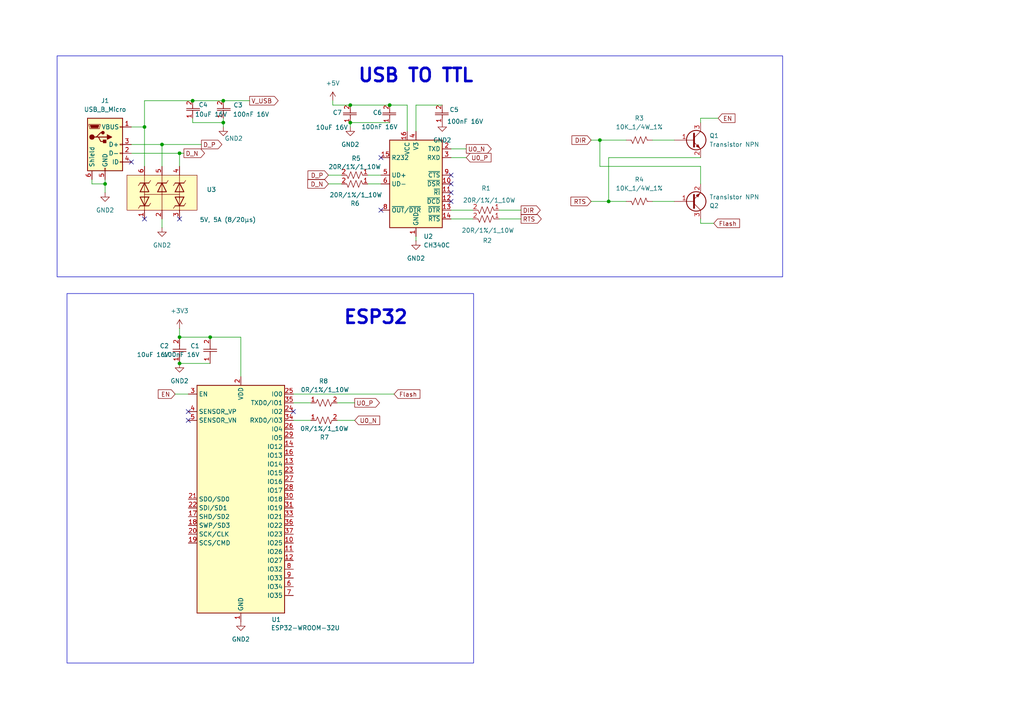
<source format=kicad_sch>
(kicad_sch (version 20231120) (generator "eeschema") (generator_version "8.0")
  (paper "A4")
  (lib_symbols
    (symbol "Ceramic_Cap_SMD_100nF_16V_1"
      (property "Reference" "C" (at -1.524 0.762 0))
      (property "Value" "100nF 16V" (at 0.254 5.334 0))
      (symbol "Ceramic_Cap_SMD_100nF_16V_1_1_1"
        (polyline (pts (xy -1.27 -2.032) (xy -0.3302 -2.032)) (stroke (width 0.2032)))
        (polyline (pts (xy -0.3302 -3.937) (xy -0.3302 -0.127)) (stroke (width 0.2032)))
        (polyline (pts (xy 0.3048 -3.937) (xy 0.3048 -0.127)) (stroke (width 0.2032)))
        (polyline (pts (xy 0.3048 -2.032) (xy 1.27 -2.032)) (stroke (width 0.2032)))
        (pin unspecified line (at -3.81 -2.032 0) (length 2.54) (name "") (number "1"))
        (pin unspecified line (at 3.81 -2.032 180) (length 2.54) (name "") (number "2"))
      )
    )
    (symbol "Ceramic_Cap_SMD_10uF_16V_1"
      (property "Reference" "C" (at -1.524 0.762 0))
      (property "Value" "10uF 16V" (at 0.254 5.334 0))
      (symbol "Ceramic_Cap_SMD_10uF_16V_1_1_1"
        (polyline (pts (xy -1.27 -2.032) (xy -0.3302 -2.032)) (stroke (width 0.2032)))
        (polyline (pts (xy -0.3302 -3.937) (xy -0.3302 -0.127)) (stroke (width 0.2032)))
        (polyline (pts (xy 0.3048 -3.937) (xy 0.3048 -0.127)) (stroke (width 0.2032)))
        (polyline (pts (xy 0.3048 -2.032) (xy 1.27 -2.032)) (stroke (width 0.2032)))
        (pin unspecified line (at -3.81 -2.032 0) (length 2.54) (name "") (number "1"))
        (pin unspecified line (at 3.81 -2.032 180) (length 2.54) (name "") (number "2"))
      )
    )
    (symbol "charge_battery_sym_lib:CH340C"
      (property "Reference" "U" (at -5.08 13.97 0))
      (property "Value" "CH340C" (at 1.27 13.97 0))
      (symbol "CH340C_0_1"
        (rectangle (start -7.62 12.7) (end 7.62 -12.7) (stroke (width 0.254)) (fill (type background)))
      )
      (symbol "CH340C_1_1"
        (pin power_in line (at 0 -15.24 90) (length 2.54) (name "GND") (number "1"))
        (pin input line (at 10.16 0 180) (length 2.54) (name "~{DSR}") (number "10"))
        (pin input line (at 10.16 -2.54 180) (length 2.54) (name "~{RI}") (number "11"))
        (pin input line (at 10.16 -5.08 180) (length 2.54) (name "~{DCD}") (number "12"))
        (pin output line (at 10.16 -7.62 180) (length 2.54) (name "~{DTR}") (number "13"))
        (pin output line (at 10.16 -10.16 180) (length 2.54) (name "~{RTS}") (number "14"))
        (pin input line (at -10.16 7.62 0) (length 2.54) (name "R232") (number "15"))
        (pin power_in line (at -2.54 15.24 270) (length 2.54) (name "VCC") (number "16"))
        (pin output line (at 10.16 10.16 180) (length 2.54) (name "TXD") (number "2"))
        (pin input line (at 10.16 7.62 180) (length 2.54) (name "RXD") (number "3"))
        (pin power_out line (at 0 15.24 270) (length 2.54) (name "V3") (number "4"))
        (pin bidirectional line (at -10.16 2.54 0) (length 2.54) (name "UD+") (number "5"))
        (pin bidirectional line (at -10.16 0 0) (length 2.54) (name "UD-") (number "6"))
        (pin no_connect line (at -7.62 -5.08 0) (length 2.54) hide (name "NC") (number "7"))
        (pin output line (at -10.16 -7.62 0) (length 2.54) (name "~{OUT}/~{DTR}") (number "8"))
        (pin input line (at 10.16 2.54 180) (length 2.54) (name "~{CTS}") (number "9"))
      )
    )
    (symbol "charge_battery_sym_lib:Ceramic_Cap_SMD_100nF_16V"
      (property "Reference" "C4" (at 1.2701 -5.08 90))
      (property "Value" "100nF 16V" (at -1.2699 -5.08 90))
      (symbol "Ceramic_Cap_SMD_100nF_16V_1_1"
        (polyline (pts (xy -1.27 0) (xy -0.3302 0)) (stroke (width 0.2032)))
        (polyline (pts (xy -0.254 -2.032) (xy -0.254 1.778)) (stroke (width 0.2032)))
        (polyline (pts (xy 0.254 -2.032) (xy 0.254 1.778)) (stroke (width 0.2032)))
        (polyline (pts (xy 0.254 0) (xy 1.2192 0)) (stroke (width 0.2032)))
        (pin unspecified line (at -2.54 0 0) (length 1.27) (name "") (number "1"))
        (pin unspecified line (at 2.54 0 180) (length 1.27) (name "") (number "2"))
      )
    )
    (symbol "charge_battery_sym_lib:Ceramic_Cap_SMD_10uF_16V"
      (property "Reference" "C3" (at 1.2701 -5.08 90))
      (property "Value" "10uF 16V" (at -1.2699 -5.08 90))
      (symbol "Ceramic_Cap_SMD_10uF_16V_1_1"
        (polyline (pts (xy -1.27 0) (xy -0.3302 0)) (stroke (width 0.2032)))
        (polyline (pts (xy -0.254 -2.032) (xy -0.254 1.778)) (stroke (width 0.2032)))
        (polyline (pts (xy 0.254 -2.032) (xy 0.254 1.778)) (stroke (width 0.2032)))
        (polyline (pts (xy 0.254 0) (xy 1.2192 0)) (stroke (width 0.2032)))
        (pin unspecified line (at -2.54 0 0) (length 1.27) (name "") (number "1"))
        (pin unspecified line (at 2.54 0 180) (length 1.27) (name "") (number "2"))
      )
    )
    (symbol "charge_battery_sym_lib:ESP32-WROOM-32U"
      (property "Reference" "U" (at -12.7 34.29 0))
      (property "Value" "ESP32-WROOM-32U" (at 1.27 34.29 0))
      (symbol "ESP32-WROOM-32U_0_1"
        (rectangle (start -12.7 33.02) (end 12.7 -33.02) (stroke (width 0.254)) (fill (type background)))
      )
      (symbol "ESP32-WROOM-32U_1_1"
        (pin power_in line (at 0 -35.56 90) (length 2.54) (name "GND") (number "1"))
        (pin bidirectional line (at 15.24 -12.7 180) (length 2.54) (name "IO25") (number "10"))
        (pin bidirectional line (at 15.24 -15.24 180) (length 2.54) (name "IO26") (number "11"))
        (pin bidirectional line (at 15.24 -17.78 180) (length 2.54) (name "IO27") (number "12"))
        (pin bidirectional line (at 15.24 10.16 180) (length 2.54) (name "IO14") (number "13"))
        (pin bidirectional line (at 15.24 15.24 180) (length 2.54) (name "IO12") (number "14"))
        (pin passive line (at 0 -35.56 90) (length 2.54) hide (name "GND") (number "15"))
        (pin bidirectional line (at 15.24 12.7 180) (length 2.54) (name "IO13") (number "16"))
        (pin bidirectional line (at -15.24 -5.08 0) (length 2.54) (name "SHD/SD2") (number "17"))
        (pin bidirectional line (at -15.24 -7.62 0) (length 2.54) (name "SWP/SD3") (number "18"))
        (pin bidirectional line (at -15.24 -12.7 0) (length 2.54) (name "SCS/CMD") (number "19"))
        (pin power_in line (at 0 35.56 270) (length 2.54) (name "VDD") (number "2"))
        (pin bidirectional line (at -15.24 -10.16 0) (length 2.54) (name "SCK/CLK") (number "20"))
        (pin bidirectional line (at -15.24 0 0) (length 2.54) (name "SDO/SD0") (number "21"))
        (pin bidirectional line (at -15.24 -2.54 0) (length 2.54) (name "SDI/SD1") (number "22"))
        (pin bidirectional line (at 15.24 7.62 180) (length 2.54) (name "IO15") (number "23"))
        (pin bidirectional line (at 15.24 25.4 180) (length 2.54) (name "IO2") (number "24"))
        (pin bidirectional line (at 15.24 30.48 180) (length 2.54) (name "IO0") (number "25"))
        (pin bidirectional line (at 15.24 20.32 180) (length 2.54) (name "IO4") (number "26"))
        (pin bidirectional line (at 15.24 5.08 180) (length 2.54) (name "IO16") (number "27"))
        (pin bidirectional line (at 15.24 2.54 180) (length 2.54) (name "IO17") (number "28"))
        (pin bidirectional line (at 15.24 17.78 180) (length 2.54) (name "IO5") (number "29"))
        (pin input line (at -15.24 30.48 0) (length 2.54) (name "EN") (number "3"))
        (pin bidirectional line (at 15.24 0 180) (length 2.54) (name "IO18") (number "30"))
        (pin bidirectional line (at 15.24 -2.54 180) (length 2.54) (name "IO19") (number "31"))
        (pin no_connect line (at -12.7 -27.94 0) (length 2.54) hide (name "NC") (number "32"))
        (pin bidirectional line (at 15.24 -5.08 180) (length 2.54) (name "IO21") (number "33"))
        (pin bidirectional line (at 15.24 22.86 180) (length 2.54) (name "RXD0/IO3") (number "34"))
        (pin bidirectional line (at 15.24 27.94 180) (length 2.54) (name "TXD0/IO1") (number "35"))
        (pin bidirectional line (at 15.24 -7.62 180) (length 2.54) (name "IO22") (number "36"))
        (pin bidirectional line (at 15.24 -10.16 180) (length 2.54) (name "IO23") (number "37"))
        (pin passive line (at 0 -35.56 90) (length 2.54) hide (name "GND") (number "38"))
        (pin passive line (at 0 -35.56 90) (length 2.54) hide (name "GND") (number "39"))
        (pin input line (at -15.24 25.4 0) (length 2.54) (name "SENSOR_VP") (number "4"))
        (pin input line (at -15.24 22.86 0) (length 2.54) (name "SENSOR_VN") (number "5"))
        (pin input line (at 15.24 -25.4 180) (length 2.54) (name "IO34") (number "6"))
        (pin input line (at 15.24 -27.94 180) (length 2.54) (name "IO35") (number "7"))
        (pin bidirectional line (at 15.24 -20.32 180) (length 2.54) (name "IO32") (number "8"))
        (pin bidirectional line (at 15.24 -22.86 180) (length 2.54) (name "IO33") (number "9"))
      )
    )
    (symbol "charge_battery_sym_lib:Res_20R_0603_1%"
      (property "Reference" "R" (at -0.508 2.286 0))
      (property "Value" "20R/1%/1_10W" (at 0 -3.81 0))
      (symbol "Res_20R_0603_1%_0_1"
        (polyline (pts (xy -2.286 -1.27) (xy -2.54 -1.27)))
        (polyline (pts (xy 2.286 -1.27) (xy 2.54 -1.27)))
        (polyline (pts (xy -2.286 -1.27) (xy -1.905 -0.254) (xy -1.524 -1.27) (xy -1.143 -2.286) (xy -0.762 -1.27)))
        (polyline (pts (xy -0.762 -1.27) (xy -0.381 -0.254) (xy 0 -1.27) (xy 0.381 -2.286) (xy 0.762 -1.27)))
        (polyline (pts (xy 0.762 -1.27) (xy 1.143 -0.254) (xy 1.524 -1.27) (xy 1.905 -2.286) (xy 2.286 -1.27)))
      )
      (symbol "Res_20R_0603_1%_1_1"
        (pin passive line (at -3.81 -1.27 0) (length 1.27) (name "~") (number "1"))
        (pin passive line (at 3.81 -1.27 180) (length 1.27) (name "~") (number "2"))
      )
    )
    (symbol "charge_battery_sym_lib:Res_hole_10K_1/4W_1%" (pin_numbers hide) (pin_names (offset 0))
      (property "Reference" "R" (at 1.016 1.016 0))
      (property "Value" "10K_1/4W_1%" (at 1.27 -3.81 0))
      (symbol "Res_hole_10K_1/4W_1%_0_1"
        (polyline (pts (xy -1.016 -1.27) (xy -1.27 -1.27)))
        (polyline (pts (xy 3.556 -1.27) (xy 3.81 -1.27)))
        (polyline (pts (xy -1.016 -1.27) (xy -0.635 -0.254) (xy -0.254 -1.27) (xy 0.127 -2.286) (xy 0.508 -1.27)))
        (polyline (pts (xy 0.508 -1.27) (xy 0.889 -0.254) (xy 1.27 -1.27) (xy 1.651 -2.286) (xy 2.032 -1.27)))
        (polyline (pts (xy 2.032 -1.27) (xy 2.413 -0.254) (xy 2.794 -1.27) (xy 3.175 -2.286) (xy 3.556 -1.27)))
      )
      (symbol "Res_hole_10K_1/4W_1%_1_1"
        (pin passive line (at -2.54 -1.27 0) (length 1.27) (name "~") (number "1"))
        (pin passive line (at 5.08 -1.27 180) (length 1.27) (name "~") (number "2"))
      )
    )
    (symbol "charge_battery_sym_lib:SMF05C"
      (property "Reference" "U6" (at 20.574 5.9691 0))
      (property "Value" "  5V, 5A (8/20µs)" (at 20.32 -6.4769 0))
      (symbol "SMF05C_0_0"
        (polyline (pts (xy 2.54 1.27) (xy 2.54 3.81)))
        (polyline (pts (xy 2.54 7.874) (xy 2.54 5.334)))
        (polyline (pts (xy 7.62 7.874) (xy 7.62 5.334)))
        (polyline (pts (xy 12.7 1.27) (xy 12.7 3.81)))
      )
      (symbol "SMF05C_0_1"
        (polyline (pts (xy 1.27 1.27) (xy 0.762 0.508)))
        (polyline (pts (xy 1.27 7.874) (xy 0.762 7.112)))
        (polyline (pts (xy 2.54 1.524) (xy 2.54 0)))
        (polyline (pts (xy 2.54 4.572) (xy 12.7 4.572)))
        (polyline (pts (xy 2.54 7.874) (xy 2.54 10.16)))
        (polyline (pts (xy 3.81 1.27) (xy 4.318 2.032)))
        (polyline (pts (xy 3.81 7.874) (xy 4.318 8.636)))
        (polyline (pts (xy 6.35 7.874) (xy 5.842 7.112)))
        (polyline (pts (xy 7.62 4.572) (xy 7.62 0)))
        (polyline (pts (xy 7.62 5.588) (xy 7.62 4.572)))
        (polyline (pts (xy 7.62 7.874) (xy 7.62 10.16)))
        (polyline (pts (xy 8.89 7.874) (xy 9.398 8.636)))
        (polyline (pts (xy 11.43 1.27) (xy 10.922 0.508)))
        (polyline (pts (xy 11.43 7.874) (xy 10.922 7.112)))
        (polyline (pts (xy 12.7 1.524) (xy 12.7 -0.254)))
        (polyline (pts (xy 12.7 10.16) (xy 12.7 3.302)))
        (polyline (pts (xy 13.97 1.27) (xy 14.478 2.032)))
        (polyline (pts (xy 13.97 7.874) (xy 14.478 8.636)))
        (polyline (pts (xy 2.54 5.334) (xy 2.54 3.302) (xy 2.54 3.81)))
        (polyline (pts (xy 1.27 5.334) (xy 2.54 7.874) (xy 3.81 5.334) (xy 1.27 5.334) (xy 1.27 5.334) (xy 1.27 5.334)) (stroke (width 0.254)))
        (polyline (pts (xy 3.81 3.81) (xy 2.54 1.27) (xy 1.27 3.81) (xy 3.81 3.81) (xy 3.81 3.81) (xy 3.81 3.81)) (stroke (width 0.254)))
        (polyline (pts (xy 6.35 5.334) (xy 7.62 7.874) (xy 8.89 5.334) (xy 6.35 5.334) (xy 6.35 5.334) (xy 6.35 5.334)) (stroke (width 0.254)))
        (polyline (pts (xy 11.43 5.334) (xy 12.7 7.874) (xy 13.97 5.334) (xy 11.43 5.334) (xy 11.43 5.334) (xy 11.43 5.334)) (stroke (width 0.254)))
        (polyline (pts (xy 13.97 3.81) (xy 12.7 1.27) (xy 11.43 3.81) (xy 13.97 3.81) (xy 13.97 3.81) (xy 13.97 3.81)) (stroke (width 0.254)))
      )
      (symbol "SMF05C_1_0"
        (polyline (pts (xy 1.27 7.874) (xy 3.81 7.874)) (stroke (width 0.254)))
        (polyline (pts (xy 3.81 1.27) (xy 1.27 1.27)) (stroke (width 0.254)))
        (polyline (pts (xy 6.35 7.874) (xy 8.89 7.874)) (stroke (width 0.254)))
        (polyline (pts (xy 11.43 7.874) (xy 13.97 7.874)) (stroke (width 0.254)))
        (polyline (pts (xy 13.97 1.27) (xy 11.43 1.27)) (stroke (width 0.254)))
      )
      (symbol "SMF05C_1_1"
        (rectangle (start -2.54 10.16) (end 17.78 0) (fill (type background)))
        (pin passive line (at 2.54 -2.54 90) (length 2.54) (name "") (number "1"))
        (pin passive line (at 7.62 -2.54 90) (length 2.54) (name "") (number "2"))
        (pin passive line (at 12.7 -2.54 90) (length 2.54) (name "") (number "3"))
        (pin passive line (at 12.7 12.7 270) (length 2.54) (name "") (number "4"))
        (pin passive line (at 7.62 12.7 270) (length 2.54) (name "") (number "5"))
        (pin passive line (at 2.54 12.7 270) (length 2.54) (name "") (number "6"))
      )
    )
    (symbol "charge_battery_sym_lib:Transistor_NPN_MMBT2222A" (pin_names (offset 0) hide)
      (property "Reference" "Q" (at 5.08 1.905 0))
      (property "Value" "Transistor NPN" (at 5.08 0 0))
      (symbol "Transistor_NPN_MMBT2222A_0_1"
        (polyline (pts (xy 0.635 0.635) (xy 2.54 2.54)))
        (polyline (pts (xy 0.635 -0.635) (xy 2.54 -2.54) (xy 2.54 -2.54)))
        (polyline (pts (xy 0.635 1.905) (xy 0.635 -1.905) (xy 0.635 -1.905)) (stroke (width 0.508)))
        (polyline (pts (xy 1.27 -1.778) (xy 1.778 -1.27) (xy 2.286 -2.286) (xy 1.27 -1.778) (xy 1.27 -1.778)) (fill (type outline)))
        (circle (center 1.27 0) (radius 2.8194) (stroke (width 0.254)))
      )
      (symbol "Transistor_NPN_MMBT2222A_1_1"
        (pin input line (at -5.08 0 0) (length 5.715) (name "B") (number "1"))
        (pin passive line (at 2.54 -5.08 90) (length 2.54) (name "E") (number "2"))
        (pin passive line (at 2.54 5.08 270) (length 2.54) (name "C") (number "3"))
      )
    )
    (symbol "charge_battery_sym_lib:USB_B_Micro" (pin_names (offset 1.016))
      (property "Reference" "J" (at -5.08 11.43 0))
      (property "Value" "USB_B_Micro" (at -5.08 8.89 0))
      (symbol "USB_B_Micro_0_1"
        (rectangle (start -5.08 7.62) (end 5.08 -7.62) (stroke (width 0.254)) (fill (type background)))
        (circle (center -3.81 2.159) (radius 0.635) (stroke (width 0.254)) (fill (type outline)))
        (circle (center -0.635 3.429) (radius 0.381) (stroke (width 0.254)) (fill (type outline)))
        (rectangle (start -0.127 -7.62) (end 0.127 -6.858))
        (polyline (pts (xy -1.905 2.159) (xy 0.635 2.159)) (stroke (width 0.254)))
        (polyline (pts (xy -3.175 2.159) (xy -2.54 2.159) (xy -1.27 3.429) (xy -0.635 3.429)) (stroke (width 0.254)))
        (polyline (pts (xy -2.54 2.159) (xy -1.905 2.159) (xy -1.27 0.889) (xy 0 0.889)) (stroke (width 0.254)))
        (polyline (pts (xy 0.635 2.794) (xy 0.635 1.524) (xy 1.905 2.159) (xy 0.635 2.794)) (stroke (width 0.254)) (fill (type outline)))
        (polyline (pts (xy -4.318 5.588) (xy -1.778 5.588) (xy -2.032 4.826) (xy -4.064 4.826) (xy -4.318 5.588)) (fill (type outline)))
        (polyline (pts (xy -4.699 5.842) (xy -4.699 5.588) (xy -4.445 4.826) (xy -4.445 4.572) (xy -1.651 4.572) (xy -1.651 4.826) (xy -1.397 5.588) (xy -1.397 5.842) (xy -4.699 5.842)))
        (rectangle (start 0.254 1.27) (end -0.508 0.508) (stroke (width 0.254)) (fill (type outline)))
        (rectangle (start 5.08 -5.207) (end 4.318 -4.953))
        (rectangle (start 5.08 -2.667) (end 4.318 -2.413))
        (rectangle (start 5.08 -0.127) (end 4.318 0.127))
        (rectangle (start 5.08 4.953) (end 4.318 5.207))
      )
      (symbol "USB_B_Micro_1_1"
        (pin power_out line (at 7.62 5.08 180) (length 2.54) (name "VBUS") (number "1"))
        (pin bidirectional line (at 7.62 -2.54 180) (length 2.54) (name "D-") (number "2"))
        (pin bidirectional line (at 7.62 0 180) (length 2.54) (name "D+") (number "3"))
        (pin passive line (at 7.62 -5.08 180) (length 2.54) (name "ID") (number "4"))
        (pin power_out line (at 0 -10.16 90) (length 2.54) (name "GND") (number "5"))
        (pin output line (at -3.81 -10.16 90) (length 2.54) (name "Shield") (number "6"))
      )
    )
    (symbol "power:+3V3" (power) (pin_numbers hide) (pin_names (offset 0) hide)
      (property "Value" "+3V3" (at 0 3.556 0))
      (symbol "+3V3_0_1"
        (polyline (pts (xy -0.762 1.27) (xy 0 2.54)))
        (polyline (pts (xy 0 0) (xy 0 2.54)))
        (polyline (pts (xy 0 2.54) (xy 0.762 1.27)))
      )
      (symbol "+3V3_1_1"
        (pin power_in line (at 0 0 90) (length 0) (name "~") (number "1"))
      )
    )
    (symbol "power:+5V" (power) (pin_numbers hide) (pin_names (offset 0) hide)
      (property "Value" "+5V" (at 0 3.556 0))
      (symbol "+5V_0_1"
        (polyline (pts (xy -0.762 1.27) (xy 0 2.54)))
        (polyline (pts (xy 0 0) (xy 0 2.54)))
        (polyline (pts (xy 0 2.54) (xy 0.762 1.27)))
      )
      (symbol "+5V_1_1"
        (pin power_in line (at 0 0 90) (length 0) (name "~") (number "1"))
      )
    )
    (symbol "power:GND2" (power) (pin_numbers hide) (pin_names (offset 0) hide)
      (property "Value" "GND2" (at 0 -3.81 0))
      (symbol "GND2_0_1"
        (polyline (pts (xy 0 0) (xy 0 -1.27) (xy 1.27 -1.27) (xy 0 -2.54) (xy -1.27 -1.27) (xy 0 -1.27)))
      )
      (symbol "GND2_1_1"
        (pin power_in line (at 0 0 270) (length 0) (name "~") (number "1"))
      )
    )
  )
  (junction (at 101.6 30.48))
  (junction (at 173.99 40.64))
  (junction (at 30.48 53.34))
  (junction (at 55.88 29.21))
  (junction (at 46.99 41.91))
  (junction (at 52.07 44.45))
  (junction (at 52.07 97.79))
  (junction (at 64.77 35.56))
  (junction (at 176.53 58.42))
  (junction (at 52.07 105.41))
  (junction (at 113.03 30.48))
  (junction (at 101.6 35.56))
  (junction (at 41.91 36.83))
  (junction (at 64.77 29.21))
  (junction (at 60.96 97.79))
  (no_connect (at 110.49 45.72))
  (no_connect (at 54.61 121.92))
  (no_connect (at 110.49 60.96))
  (no_connect (at 130.81 58.42))
  (no_connect (at 85.09 119.38))
  (no_connect (at 54.61 119.38))
  (no_connect (at 130.81 53.34))
  (no_connect (at 52.07 63.5))
  (no_connect (at 38.1 46.99))
  (no_connect (at 130.81 55.88))
  (no_connect (at 130.81 50.8))
  (no_connect (at 41.91 63.5))
  (wire (pts (xy 120.65 30.48) (xy 128.27 30.48)))
  (wire (pts (xy 41.91 29.21) (xy 55.88 29.21)))
  (wire (pts (xy 30.48 53.34) (xy 30.48 52.07)))
  (wire (pts (xy 207.01 64.77) (xy 203.2 64.77)))
  (wire (pts (xy 46.99 66.04) (xy 46.99 63.5)))
  (wire (pts (xy 203.2 34.29) (xy 203.2 35.56)))
  (wire (pts (xy 189.23 58.42) (xy 195.58 58.42)))
  (wire (pts (xy 176.53 58.42) (xy 181.61 58.42)))
  (wire (pts (xy 52.07 44.45) (xy 52.07 48.26)))
  (wire (pts (xy 85.09 121.92) (xy 90.17 121.92)))
  (wire (pts (xy 60.96 105.41) (xy 52.07 105.41)))
  (wire (pts (xy 64.77 35.56) (xy 64.77 34.29)))
  (wire (pts (xy 55.88 29.21) (xy 64.77 29.21)))
  (wire (pts (xy 135.2296 45.72) (xy 130.81 45.72)))
  (wire (pts (xy 95.25 53.34) (xy 99.06 53.34)))
  (wire (pts (xy 114.3 114.3) (xy 85.09 114.3)))
  (wire (pts (xy 120.65 68.58) (xy 120.65 69.85)))
  (wire (pts (xy 53.34 44.45) (xy 52.07 44.45)))
  (wire (pts (xy 55.88 35.56) (xy 64.77 35.56)))
  (wire (pts (xy 110.49 50.8) (xy 106.68 50.8)))
  (wire (pts (xy 55.88 34.29) (xy 55.88 35.56)))
  (wire (pts (xy 203.2 45.72) (xy 176.53 45.72)))
  (wire (pts (xy 60.96 97.79) (xy 69.85 97.79)))
  (wire (pts (xy 41.91 36.83) (xy 41.91 48.26)))
  (wire (pts (xy 52.07 97.79) (xy 52.07 95.25)))
  (wire (pts (xy 46.99 41.91) (xy 38.1 41.91)))
  (wire (pts (xy 30.48 55.88) (xy 30.48 53.34)))
  (wire (pts (xy 101.6 36.83) (xy 101.6 35.56)))
  (wire (pts (xy 137.16 63.5) (xy 130.81 63.5)))
  (wire (pts (xy 69.85 97.79) (xy 69.85 109.22)))
  (wire (pts (xy 60.96 97.79) (xy 52.07 97.79)))
  (wire (pts (xy 26.67 52.07) (xy 26.67 53.34)))
  (wire (pts (xy 64.77 29.21) (xy 72.39 29.21)))
  (wire (pts (xy 97.79 121.92) (xy 102.87 121.92)))
  (wire (pts (xy 173.99 40.64) (xy 173.99 48.26)))
  (wire (pts (xy 50.8 114.3) (xy 54.61 114.3)))
  (wire (pts (xy 151.13 63.5) (xy 144.78 63.5)))
  (wire (pts (xy 135.2296 43.18) (xy 130.81 43.18)))
  (wire (pts (xy 203.2 48.26) (xy 173.99 48.26)))
  (wire (pts (xy 171.45 40.64) (xy 173.99 40.64)))
  (wire (pts (xy 95.25 50.8) (xy 99.06 50.8)))
  (wire (pts (xy 203.2 48.26) (xy 203.2 53.34)))
  (wire (pts (xy 110.49 53.34) (xy 106.68 53.34)))
  (wire (pts (xy 113.03 35.56) (xy 101.6 35.56)))
  (wire (pts (xy 151.13 60.96) (xy 144.78 60.96)))
  (wire (pts (xy 52.07 44.45) (xy 38.1 44.45)))
  (wire (pts (xy 118.11 30.48) (xy 113.03 30.48)))
  (wire (pts (xy 64.77 36.83) (xy 64.77 35.56)))
  (wire (pts (xy 85.09 116.84) (xy 90.17 116.84)))
  (wire (pts (xy 96.52 29.21) (xy 96.52 30.48)))
  (wire (pts (xy 120.65 38.1) (xy 120.65 30.48)))
  (wire (pts (xy 41.91 36.83) (xy 38.1 36.83)))
  (wire (pts (xy 171.45 58.42) (xy 176.53 58.42)))
  (wire (pts (xy 26.67 53.34) (xy 30.48 53.34)))
  (wire (pts (xy 97.79 116.84) (xy 102.87 116.84)))
  (wire (pts (xy 113.03 30.48) (xy 101.6 30.48)))
  (wire (pts (xy 41.91 29.21) (xy 41.91 36.83)))
  (wire (pts (xy 46.99 41.91) (xy 46.99 48.26)))
  (wire (pts (xy 203.2 64.77) (xy 203.2 63.5)))
  (wire (pts (xy 96.52 30.48) (xy 101.6 30.48)))
  (wire (pts (xy 118.11 38.1) (xy 118.11 30.48)))
  (wire (pts (xy 189.23 40.64) (xy 195.58 40.64)))
  (wire (pts (xy 176.53 45.72) (xy 176.53 58.42)))
  (wire (pts (xy 58.42 41.91) (xy 46.99 41.91)))
  (wire (pts (xy 208.28 34.29) (xy 203.2 34.29)))
  (wire (pts (xy 173.99 40.64) (xy 181.61 40.64)))
  (wire (pts (xy 137.16 60.96) (xy 130.81 60.96)))
  (rectangle (start 16.5608 16.2052) (end 226.9998 80.2894))
  (rectangle (start 19.431 85.1408) (end 137.3632 192.3034))
  (text "ESP32" (at 108.9914 92.1512 0) (effects (font (size 3.81 3.81) (thickness 0.762) (bold yes))))
  (text "USB TO TTL" (at 120.6246 22.0218 0) (effects (font (size 3.81 3.81) (thickness 0.762) (bold yes))))
  (global_label "U0_P" (shape output) (at 102.87 116.84 0) (property "Intersheetrefs" "${INTERSHEET_REFS}" (effects (hide yes))))
  (global_label "RTS" (shape input) (at 171.45 58.42 180) (property "Intersheetrefs" "${INTERSHEET_REFS}" (effects (hide yes))))
  (global_label "V_USB" (shape output) (at 72.39 29.21 0) (property "Intersheetrefs" "${INTERSHEET_REFS}" (effects (hide yes))))
  (global_label "U0_N" (shape output) (at 135.2296 43.18 0) (property "Intersheetrefs" "${INTERSHEET_REFS}" (effects (hide yes))))
  (global_label "U0_P" (shape input) (at 135.2296 45.72 0) (property "Intersheetrefs" "${INTERSHEET_REFS}" (effects (hide yes))))
  (global_label "DIR" (shape output) (at 151.13 60.96 0) (property "Intersheetrefs" "${INTERSHEET_REFS}" (effects (hide yes))))
  (global_label "DIR" (shape input) (at 171.45 40.64 180) (property "Intersheetrefs" "${INTERSHEET_REFS}" (effects (hide yes))))
  (global_label "EN" (shape input) (at 208.28 34.29 0) (property "Intersheetrefs" "${INTERSHEET_REFS}" (effects (hide yes))))
  (global_label "Flash" (shape input) (at 207.01 64.77 0) (property "Intersheetrefs" "${INTERSHEET_REFS}" (effects (hide yes))))
  (global_label "RTS" (shape output) (at 151.13 63.5 0) (property "Intersheetrefs" "${INTERSHEET_REFS}" (effects (hide yes))))
  (global_label "D_N" (shape input) (at 95.25 53.34 180) (property "Intersheetrefs" "${INTERSHEET_REFS}" (effects (hide yes))))
  (global_label "D_P" (shape output) (at 58.42 41.91 0) (property "Intersheetrefs" "${INTERSHEET_REFS}" (effects (hide yes))))
  (global_label "D_N" (shape output) (at 53.34 44.45 0) (property "Intersheetrefs" "${INTERSHEET_REFS}" (effects (hide yes))))
  (global_label "Flash" (shape input) (at 114.3 114.3 0) (property "Intersheetrefs" "${INTERSHEET_REFS}" (effects (hide yes))))
  (global_label "D_P" (shape input) (at 95.25 50.8 180) (property "Intersheetrefs" "${INTERSHEET_REFS}" (effects (hide yes))))
  (global_label "U0_N" (shape input) (at 102.87 121.92 0) (property "Intersheetrefs" "${INTERSHEET_REFS}" (effects (hide yes))))
  (global_label "EN" (shape input) (at 50.8 114.3 180) (property "Intersheetrefs" "${INTERSHEET_REFS}" (effects (hide yes))))
  (symbol (lib_id "power:+3V3") (at 52.07 95.25 0) (mirror y) (unit 1)
    (property "Reference" "#PWR02" (effects (hide yes)))
    (property "Value" "+3V3" (at 52.07 90.17 0))
    (property "Description" "Power symbol creates a global label with name \"+3V3\"" (effects (hide yes)))
  )
  (symbol (lib_id "power:GND2") (at 64.77 36.83 0) (unit 1)
    (property "Reference" "#PWR04" (effects (hide yes)))
    (property "Value" "GND2" (at 67.7926 40.1574 0))
    (property "Description" "Power symbol creates a global label with name \"GND2\" , ground" (effects (hide yes)))
  )
  (symbol (lib_id "charge_battery_sym_lib:Res_hole_10K_1/4W_1%") (at 186.69 57.15 0) (mirror y) (unit 1)
    (property "Reference" "R4" (at 185.42 52.07 0))
    (property "Value" "10K_1/4W_1%" (at 185.42 54.61 0))
    (property "Footprint" "charge_battery_footprint_lib:Res_10K_1_4W_1%" (effects (hide yes)))
    (property "Description" "Resistor" (effects (hide yes)))
    (property "Supply name " "Thegioiic" (effects (hide yes)))
    (property "Supply part number" "Điện Trở 10 KOhm 1/4W 1% 5 Vòng Màu" (effects (hide yes)))
    (property "Supply URL" "https://www.thegioiic.com/dien-tro-10-kohm-1-4w-1-5-vong-mau" (effects (hide yes)))
  )
  (symbol (lib_id "charge_battery_sym_lib:Ceramic_Cap_SMD_10uF_16V") (at 55.88 31.75 90) (unit 1)
    (property "Reference" "C4" (at 57.5818 30.4038 90) (effects (justify right)))
    (property "Value" "10uF 16V" (at 56.5404 33.1724 90) (effects (justify right)))
    (property "Footprint" "charge_battery_footprint_lib:Ceramic_Cap_10uF_16V" (effects (hide yes)))
    (property "Datasheet" "https://www.mouser.vn/datasheet/2/40/KYOCERA_AutoMLCCKAM-3106308.pdf" (effects (hide yes)))
    (property "Description" "10%, 0603 (1608 Metric)" (effects (hide yes)))
    (property "Supply name" "Thegioiic" (effects (hide yes)))
    (property "Supply part number" "Tụ Gốm 0603 10uF 16V" (effects (hide yes)))
    (property "Supply URL" "https://www.thegioiic.com/tu-gom-0603-10uf-16v" (effects (hide yes)))
  )
  (symbol (lib_id "power:GND2") (at 128.27 35.56 0) (mirror y) (unit 1)
    (property "Reference" "#PWR05" (effects (hide yes)))
    (property "Value" "GND2" (at 128.27 40.64 0))
    (property "Description" "Power symbol creates a global label with name \"GND2\" , ground" (effects (hide yes)))
  )
  (symbol (lib_id "charge_battery_sym_lib:Res_20R_0603_1%") (at 93.98 115.57 0) (unit 1)
    (property "Reference" "R8" (at 93.8276 110.5408 0))
    (property "Value" "0R/1%/1_10W" (at 94.234 113.0554 0))
    (property "Footprint" "charge_battery_footprint_lib:Res_20R_0603" (effects (hide yes)))
    (property "Datasheet" "https://fscdn.rohm.com/en/products/databook/datasheet/passive/resistor/chip_resistor/esr-e.pdf" (effects (hide yes)))
    (property "Description" "Res 20 Ohm 0603 1%" (effects (hide yes)))
    (property "Supply name" "Thegioiic" (effects (hide yes)))
    (property "Supply part number" "Điện Trở 20 Ohm 0603 1%" (effects (hide yes)))
    (property "Supply URL" "https://www.thegioiic.com/dien-tro-20-ohm-0603-1-" (effects (hide yes)))
  )
  (symbol (lib_id "charge_battery_sym_lib:Res_20R_0603_1%") (at 140.97 59.69 0) (mirror y) (unit 1)
    (property "Reference" "R1" (at 140.97 54.61 0))
    (property "Value" "20R/1%/1_10W" (at 141.8844 58.0898 0))
    (property "Footprint" "charge_battery_footprint_lib:Res_20R_0603" (effects (hide yes)))
    (property "Datasheet" "https://fscdn.rohm.com/en/products/databook/datasheet/passive/resistor/chip_resistor/esr-e.pdf" (effects (hide yes)))
    (property "Description" "Res 20 Ohm 0603 1%" (effects (hide yes)))
    (property "Supply name" "Thegioiic" (effects (hide yes)))
    (property "Supply part number" "Điện Trở 20 Ohm 0603 1%" (effects (hide yes)))
    (property "Supply URL" "https://www.thegioiic.com/dien-tro-20-ohm-0603-1-" (effects (hide yes)))
  )
  (symbol (lib_id "charge_battery_sym_lib:Res_20R_0603_1%") (at 140.97 62.23 0) (mirror y) (unit 1)
    (property "Reference" "R2" (at 141.351 69.7738 0))
    (property "Value" "20R/1%/1_10W" (at 141.5034 66.8274 0))
    (property "Footprint" "charge_battery_footprint_lib:Res_20R_0603" (effects (hide yes)))
    (property "Datasheet" "https://fscdn.rohm.com/en/products/databook/datasheet/passive/resistor/chip_resistor/esr-e.pdf" (effects (hide yes)))
    (property "Description" "Res 20 Ohm 0603 1%" (effects (hide yes)))
    (property "Supply name" "Thegioiic" (effects (hide yes)))
    (property "Supply part number" "Điện Trở 20 Ohm 0603 1%" (effects (hide yes)))
    (property "Supply URL" "https://www.thegioiic.com/dien-tro-20-ohm-0603-1-" (effects (hide yes)))
  )
  (symbol (lib_id "charge_battery_sym_lib:Transistor_NPN_MMBT2222A") (at 200.66 40.64 0) (unit 1)
    (property "Reference" "Q1" (at 205.74 39.3699 0) (effects (justify left)))
    (property "Value" "Transistor NPN" (at 205.74 41.9099 0) (effects (justify left)))
    (property "Footprint" "charge_battery_footprint_lib:MMBT2222A" (effects (hide yes)))
    (property "Datasheet" "https://assets.nexperia.com/documents/data-sheet/MMBT2222A.pdf" (effects (hide yes)))
    (property "Description" "600mA Ic, 40V Vce, NPN Transistor, SOT-23" (effects (hide yes)))
    (property "Supply name" "Thegioiic" (effects (hide yes)))
    (property "Supply part number" "MMBT2222A 1P Transistor NPN 40V 0.6A 3 Chân SOT-23" (effects (hide yes)))
    (property "Supply URL" "https://www.thegioiic.com/mmbt2222a-1p-transistor-npn-40v-0-6a-3-chan-sot-23" (effects (hide yes)))
  )
  (symbol (lib_id "charge_battery_sym_lib:CH340C") (at 120.65 53.34 0) (unit 1)
    (property "Reference" "U2" (at 122.8441 68.58 0) (effects (justify left)))
    (property "Value" "CH340C" (at 122.8441 71.12 0) (effects (justify left)))
    (property "Footprint" "Package_SO:SOIC-16_3.9x9.9mm_P1.27mm" (effects (hide yes)))
    (property "Datasheet" "https://datasheet.lcsc.com/szlcsc/Jiangsu-Qin-Heng-CH340C_C84681.pdf" (effects (hide yes)))
    (property "Description" "USB serial converter, UART, SOIC-16" (effects (hide yes)))
    (property "Supply name" "Thegioiic" (effects (hide yes)))
    (property "Supply part number" "CH340C IC USB Transceiver 2Mbps 16-SOP" (effects (hide yes)))
    (property "Supply URL" "https://www.thegioiic.com/ch340c-ic-usb-transceiver-2mbps-16-sop" (effects (hide yes)))
  )
  (symbol (lib_id "power:GND2") (at 69.85 180.34 0) (unit 1)
    (property "Reference" "#PWR01" (effects (hide yes)))
    (property "Value" "GND2" (at 69.85 185.42 0))
    (property "Description" "Power symbol creates a global label with name \"GND2\" , ground" (effects (hide yes)))
  )
  (symbol (lib_id "charge_battery_sym_lib:Transistor_NPN_MMBT2222A") (at 200.66 58.42 0) (mirror x) (unit 1)
    (property "Reference" "Q2" (at 205.74 59.6901 0) (effects (justify left)))
    (property "Value" "Transistor NPN" (at 205.74 57.1501 0) (effects (justify left)))
    (property "Footprint" "charge_battery_footprint_lib:MMBT2222A" (effects (hide yes)))
    (property "Datasheet" "https://assets.nexperia.com/documents/data-sheet/MMBT2222A.pdf" (effects (hide yes)))
    (property "Description" "600mA Ic, 40V Vce, NPN Transistor, SOT-23" (effects (hide yes)))
    (property "Supply name" "Thegioiic" (effects (hide yes)))
    (property "Supply part number" "MMBT2222A 1P Transistor NPN 40V 0.6A 3 Chân SOT-23" (effects (hide yes)))
    (property "Supply URL" "https://www.thegioiic.com/mmbt2222a-1p-transistor-npn-40v-0-6a-3-chan-sot-23" (effects (hide yes)))
  )
  (symbol (lib_id "power:GND2") (at 46.99 66.04 0) (unit 1)
    (property "Reference" "#PWR07" (effects (hide yes)))
    (property "Value" "GND2" (at 46.99 71.12 0))
    (property "Description" "Power symbol creates a global label with name \"GND2\" , ground" (effects (hide yes)))
  )
  (symbol (lib_id "charge_battery_sym_lib:ESP32-WROOM-32U") (at 69.85 144.78 0) (unit 1)
    (property "Reference" "U1" (at 78.74 179.705 0) (effects (justify left)))
    (property "Value" "ESP32-WROOM-32U" (at 78.5876 182.118 0) (effects (justify left)))
    (property "Footprint" "charge_battery_footprint_lib:ESP32-WROOM-32U" (effects (hide yes)))
    (property "Datasheet" "https://www.espressif.com/sites/default/files/documentation/esp32-wroom-32d_esp32-wroom-32u_datasheet_en.pdf" (effects (hide yes)))
    (property "Description" "RF Module, ESP32-D0WD SoC, Wi-Fi 802.11b/g/n, Bluetooth, BLE, 32-bit, 2.7-3.6V, external antenna, SMD" (effects (hide yes)))
    (property "Supply name" "Thegioiic" (effects (hide yes)))
    (property "Supply part number" "ESP32-WROOM-32U Mạch Thu Phát WiFi, 2.7~3.6VDC, 4MB Flash" (effects (hide yes)))
    (property "Supply URL" "https://www.thegioiic.com/esp32-wroom-32u-mach-thu-phat-wifi-2-7-3-6vdc-4mb-flash" (effects (hide yes)))
  )
  (symbol (lib_name "Ceramic_Cap_SMD_100nF_16V_1") (lib_id "charge_battery_sym_lib:Ceramic_Cap_SMD_100nF_16V") (at 62.992 101.6 270) (mirror x) (unit 1)
    (property "Reference" "C1" (at 57.912 100.3299 90) (effects (justify right)))
    (property "Value" "100nF 16V" (at 57.912 102.8699 90) (effects (justify right)))
    (property "Footprint" "charge_battery_footprint_lib:C_0603_1608Metric" (effects (hide yes)))
    (property "Datasheet" "https://www.mouser.vn/datasheet/2/40/KYOCERA_AutoMLCCKAM-3106308.pdf" (effects (hide yes)))
    (property "Description" "10%, 0603 (1608 Metric)" (effects (hide yes)))
    (property "Supply name" "Thegioiic" (effects (hide yes)))
    (property "Supply part number" "Tụ Gốm 0603 100nF (0.1uF) 16V" (effects (hide yes)))
    (property "Supply URL" "https://www.thegioiic.com/tu-gom-0603-100nf-0-1uf-16v" (effects (hide yes)))
  )
  (symbol (lib_id "power:GND2") (at 30.48 55.88 0) (unit 1)
    (property "Reference" "#PWR08" (effects (hide yes)))
    (property "Value" "GND2" (at 30.48 60.96 0))
    (property "Description" "Power symbol creates a global label with name \"GND2\" , ground" (effects (hide yes)))
  )
  (symbol (lib_id "charge_battery_sym_lib:USB_B_Micro") (at 30.48 41.91 0) (unit 1)
    (property "Reference" "J1" (at 30.48 29.21 0))
    (property "Value" "USB_B_Micro" (at 30.48 31.75 0))
    (property "Footprint" "charge_battery_footprint_lib:USB_Micro-B" (effects (hide yes)))
    (property "Datasheet" "https://components101.com/connectors/micro-usb-pinout-datasheet" (effects (hide yes)))
    (property "Description" "USB Micro Type B connector" (effects (hide yes)))
    (property "Supply name" "Thegioiic" (effects (hide yes)))
    (property "Supply part number" "Cổng USB Micro-B 2.0 Đầu Cái 5 Chân SMD V2" (effects (hide yes)))
    (property "Supply URL" "https://www.thegioiic.com/cong-usb-micro-b-2-0-dau-cai-5-chan-smd-v2" (effects (hide yes)))
  )
  (symbol (lib_id "charge_battery_sym_lib:SMF05C") (at 39.37 60.96 0) (unit 1)
    (property "Reference" "U3" (at 59.944 54.9909 0) (effects (justify left)))
    (property "Value" "  5V, 5A (8/20µs)" (at 55.9816 63.7286 0) (effects (justify left)))
    (property "Footprint" "charge_battery_footprint_lib:SMF05C ESD" (effects (hide yes)))
    (property "Datasheet" "https://www.thegioiic.com/upload/documents/d6b4465a77a236d1b7329f09e725ca32.pdf" (effects (hide yes)))
    (property "Description" "5-Line ESD Protection Diode Array " (effects (hide yes)))
    (property "Supply name" "Thegioiic" (effects (hide yes)))
    (property "Supply part number" "SMF05C ESD Protection Diode Array SOT-363" (effects (hide yes)))
    (property "Supply URL" "https://www.thegioiic.com/smf05c-esd-protection-diode-array-sot-363" (effects (hide yes)))
  )
  (symbol (lib_id "charge_battery_sym_lib:Ceramic_Cap_SMD_10uF_16V") (at 101.6 33.02 270) (mirror x) (unit 1)
    (property "Reference" "C7" (at 99.187 32.639 90) (effects (justify right)))
    (property "Value" "10uF 16V" (at 100.9396 36.957 90) (effects (justify right)))
    (property "Footprint" "charge_battery_footprint_lib:Ceramic_Cap_10uF_16V" (effects (hide yes)))
    (property "Datasheet" "https://www.mouser.vn/datasheet/2/40/KYOCERA_AutoMLCCKAM-3106308.pdf" (effects (hide yes)))
    (property "Description" "10%, 0603 (1608 Metric)" (effects (hide yes)))
    (property "Supply name" "Thegioiic" (effects (hide yes)))
    (property "Supply part number" "Tụ Gốm 0603 10uF 16V" (effects (hide yes)))
    (property "Supply URL" "https://www.thegioiic.com/tu-gom-0603-10uf-16v" (effects (hide yes)))
  )
  (symbol (lib_name "Ceramic_Cap_SMD_10uF_16V_1") (lib_id "charge_battery_sym_lib:Ceramic_Cap_SMD_10uF_16V") (at 54.102 101.6 270) (mirror x) (unit 1)
    (property "Reference" "C2" (at 49.022 100.3299 90) (effects (justify right)))
    (property "Value" "10uF 16V" (at 49.022 102.8699 90) (effects (justify right)))
    (property "Footprint" "charge_battery_footprint_lib:Ceramic_Cap_10uF_16V" (effects (hide yes)))
    (property "Datasheet" "https://www.mouser.vn/datasheet/2/40/KYOCERA_AutoMLCCKAM-3106308.pdf" (effects (hide yes)))
    (property "Description" "10%, 0603 (1608 Metric)" (effects (hide yes)))
    (property "Supply name" "Thegioiic" (effects (hide yes)))
    (property "Supply part number" "Tụ Gốm 0603 10uF 16V" (effects (hide yes)))
    (property "Supply URL" "https://www.thegioiic.com/tu-gom-0603-10uf-16v" (effects (hide yes)))
  )
  (symbol (lib_id "power:+5V") (at 96.52 29.21 0) (mirror y) (unit 1)
    (property "Reference" "#PWR010" (effects (hide yes)))
    (property "Value" "+5V" (at 96.52 24.13 0))
    (property "Description" "Power symbol creates a global label with name \"+5V\"" (effects (hide yes)))
  )
  (symbol (lib_id "charge_battery_sym_lib:Res_20R_0603_1%") (at 102.87 52.07 0) (mirror y) (unit 1)
    (property "Reference" "R6" (at 102.9716 59.0042 0))
    (property "Value" "20R/1%/1_10W" (at 103.2002 56.5404 0))
    (property "Footprint" "charge_battery_footprint_lib:Res_20R_0603" (effects (hide yes)))
    (property "Datasheet" "https://fscdn.rohm.com/en/products/databook/datasheet/passive/resistor/chip_resistor/esr-e.pdf" (effects (hide yes)))
    (property "Description" "Res 20 Ohm 0603 1%" (effects (hide yes)))
    (property "Supply name" "Thegioiic" (effects (hide yes)))
    (property "Supply part number" "Điện Trở 20 Ohm 0603 1%" (effects (hide yes)))
    (property "Supply URL" "https://www.thegioiic.com/dien-tro-20-ohm-0603-1-" (effects (hide yes)))
  )
  (symbol (lib_id "charge_battery_sym_lib:Res_20R_0603_1%") (at 93.98 120.65 0) (unit 1)
    (property "Reference" "R7" (at 94.107 126.8476 0))
    (property "Value" "0R/1%/1_10W" (at 94.107 124.333 0))
    (property "Footprint" "charge_battery_footprint_lib:Res_20R_0603" (effects (hide yes)))
    (property "Datasheet" "https://fscdn.rohm.com/en/products/databook/datasheet/passive/resistor/chip_resistor/esr-e.pdf" (effects (hide yes)))
    (property "Description" "Res 20 Ohm 0603 1%" (effects (hide yes)))
    (property "Supply name" "Thegioiic" (effects (hide yes)))
    (property "Supply part number" "Điện Trở 20 Ohm 0603 1%" (effects (hide yes)))
    (property "Supply URL" "https://www.thegioiic.com/dien-tro-20-ohm-0603-1-" (effects (hide yes)))
  )
  (symbol (lib_id "charge_battery_sym_lib:Res_hole_10K_1/4W_1%") (at 186.69 39.37 0) (mirror y) (unit 1)
    (property "Reference" "R3" (at 185.42 34.29 0))
    (property "Value" "10K_1/4W_1%" (at 185.42 36.83 0))
    (property "Footprint" "charge_battery_footprint_lib:Res_10K_1_4W_1%" (effects (hide yes)))
    (property "Description" "Resistor" (effects (hide yes)))
    (property "Supply name " "Thegioiic" (effects (hide yes)))
    (property "Supply part number" "Điện Trở 10 KOhm 1/4W 1% 5 Vòng Màu" (effects (hide yes)))
    (property "Supply URL" "https://www.thegioiic.com/dien-tro-10-kohm-1-4w-1-5-vong-mau" (effects (hide yes)))
  )
  (symbol (lib_id "charge_battery_sym_lib:Ceramic_Cap_SMD_100nF_16V") (at 113.03 33.02 270) (mirror x) (unit 1)
    (property "Reference" "C6" (at 110.8202 32.639 90) (effects (justify right)))
    (property "Value" "100nF 16V" (at 115.3668 36.8046 90) (effects (justify right)))
    (property "Footprint" "charge_battery_footprint_lib:C_0603_1608Metric" (effects (hide yes)))
    (property "Datasheet" "https://www.mouser.vn/datasheet/2/40/KYOCERA_AutoMLCCKAM-3106308.pdf" (effects (hide yes)))
    (property "Description" "10%, 0603 (1608 Metric)" (effects (hide yes)))
    (property "Supply name" "Thegioiic" (effects (hide yes)))
    (property "Supply part number" "Tụ Gốm 0603 100nF (0.1uF) 16V" (effects (hide yes)))
    (property "Supply URL" "https://www.thegioiic.com/tu-gom-0603-100nf-0-1uf-16v" (effects (hide yes)))
  )
  (symbol (lib_id "power:GND2") (at 101.6 36.83 0) (mirror y) (unit 1)
    (property "Reference" "#PWR09" (effects (hide yes)))
    (property "Value" "GND2" (at 101.6 41.91 0))
    (property "Description" "Power symbol creates a global label with name \"GND2\" , ground" (effects (hide yes)))
  )
  (symbol (lib_id "charge_battery_sym_lib:Res_20R_0603_1%") (at 102.87 49.53 0) (mirror y) (unit 1)
    (property "Reference" "R5" (at 103.3018 45.9486 0))
    (property "Value" "20R/1%/1_10W" (at 102.87 48.387 0))
    (property "Footprint" "charge_battery_footprint_lib:Res_20R_0603" (effects (hide yes)))
    (property "Datasheet" "https://fscdn.rohm.com/en/products/databook/datasheet/passive/resistor/chip_resistor/esr-e.pdf" (effects (hide yes)))
    (property "Description" "Res 20 Ohm 0603 1%" (effects (hide yes)))
    (property "Supply name" "Thegioiic" (effects (hide yes)))
    (property "Supply part number" "Điện Trở 20 Ohm 0603 1%" (effects (hide yes)))
    (property "Supply URL" "https://www.thegioiic.com/dien-tro-20-ohm-0603-1-" (effects (hide yes)))
  )
  (symbol (lib_id "power:GND2") (at 52.07 105.41 0) (mirror y) (unit 1)
    (property "Reference" "#PWR03" (effects (hide yes)))
    (property "Value" "GND2" (at 52.07 110.49 0))
    (property "Description" "Power symbol creates a global label with name \"GND2\" , ground" (effects (hide yes)))
  )
  (symbol (lib_id "charge_battery_sym_lib:Ceramic_Cap_SMD_100nF_16V") (at 128.27 33.02 270) (mirror x) (unit 1)
    (property "Reference" "C5" (at 133.0706 31.8008 90) (effects (justify right)))
    (property "Value" "100nF 16V" (at 140.208 35.2298 90) (effects (justify right)))
    (property "Footprint" "charge_battery_footprint_lib:C_0603_1608Metric" (effects (hide yes)))
    (property "Datasheet" "https://www.mouser.vn/datasheet/2/40/KYOCERA_AutoMLCCKAM-3106308.pdf" (effects (hide yes)))
    (property "Description" "10%, 0603 (1608 Metric)" (effects (hide yes)))
    (property "Supply name" "Thegioiic" (effects (hide yes)))
    (property "Supply part number" "Tụ Gốm 0603 100nF (0.1uF) 16V" (effects (hide yes)))
    (property "Supply URL" "https://www.thegioiic.com/tu-gom-0603-100nf-0-1uf-16v" (effects (hide yes)))
  )
  (symbol (lib_id "power:GND2") (at 120.65 69.85 0) (unit 1)
    (property "Reference" "#PWR06" (effects (hide yes)))
    (property "Value" "GND2" (at 120.65 74.93 0))
    (property "Description" "Power symbol creates a global label with name \"GND2\" , ground" (effects (hide yes)))
  )
  (symbol (lib_id "charge_battery_sym_lib:Ceramic_Cap_SMD_100nF_16V") (at 64.77 31.75 90) (unit 1)
    (property "Reference" "C3" (at 67.691 30.48 90) (effects (justify right)))
    (property "Value" "100nF 16V" (at 67.5386 33.1724 90) (effects (justify right)))
    (property "Footprint" "charge_battery_footprint_lib:C_0603_1608Metric" (effects (hide yes)))
    (property "Datasheet" "https://www.mouser.vn/datasheet/2/40/KYOCERA_AutoMLCCKAM-3106308.pdf" (effects (hide yes)))
    (property "Description" "10%, 0603 (1608 Metric)" (effects (hide yes)))
    (property "Supply name" "Thegioiic" (effects (hide yes)))
    (property "Supply part number" "Tụ Gốm 0603 100nF (0.1uF) 16V" (effects (hide yes)))
    (property "Supply URL" "https://www.thegioiic.com/tu-gom-0603-100nf-0-1uf-16v" (effects (hide yes)))
  )
)
</source>
